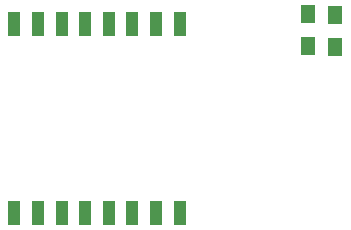
<source format=gbr>
%TF.GenerationSoftware,KiCad,Pcbnew,5.1.9+dfsg1-1*%
%TF.CreationDate,2021-05-22T16:02:53+02:00*%
%TF.ProjectId,smartyreader_ng_lora,736d6172-7479-4726-9561-6465725f6e67,rev?*%
%TF.SameCoordinates,Original*%
%TF.FileFunction,Paste,Bot*%
%TF.FilePolarity,Positive*%
%FSLAX46Y46*%
G04 Gerber Fmt 4.6, Leading zero omitted, Abs format (unit mm)*
G04 Created by KiCad (PCBNEW 5.1.9+dfsg1-1) date 2021-05-22 16:02:53*
%MOMM*%
%LPD*%
G01*
G04 APERTURE LIST*
%ADD10R,1.300000X1.500000*%
%ADD11R,1.000000X2.000000*%
G04 APERTURE END LIST*
D10*
%TO.C,D2*%
X155956000Y-110410000D03*
X155956000Y-113110000D03*
%TD*%
%TO.C,D1*%
X153670000Y-113030000D03*
X153670000Y-110330000D03*
%TD*%
D11*
%TO.C,U1*%
X142810000Y-111126000D03*
X140810000Y-111126000D03*
X138810000Y-111126000D03*
X136810000Y-111126000D03*
X134810000Y-111126000D03*
X132810000Y-111126000D03*
X130810000Y-111126000D03*
X128810000Y-111126000D03*
X128810000Y-127126000D03*
X130810000Y-127126000D03*
X132810000Y-127126000D03*
X134810000Y-127126000D03*
X136810000Y-127126000D03*
X138810000Y-127126000D03*
X140810000Y-127126000D03*
X142810000Y-127126000D03*
%TD*%
M02*

</source>
